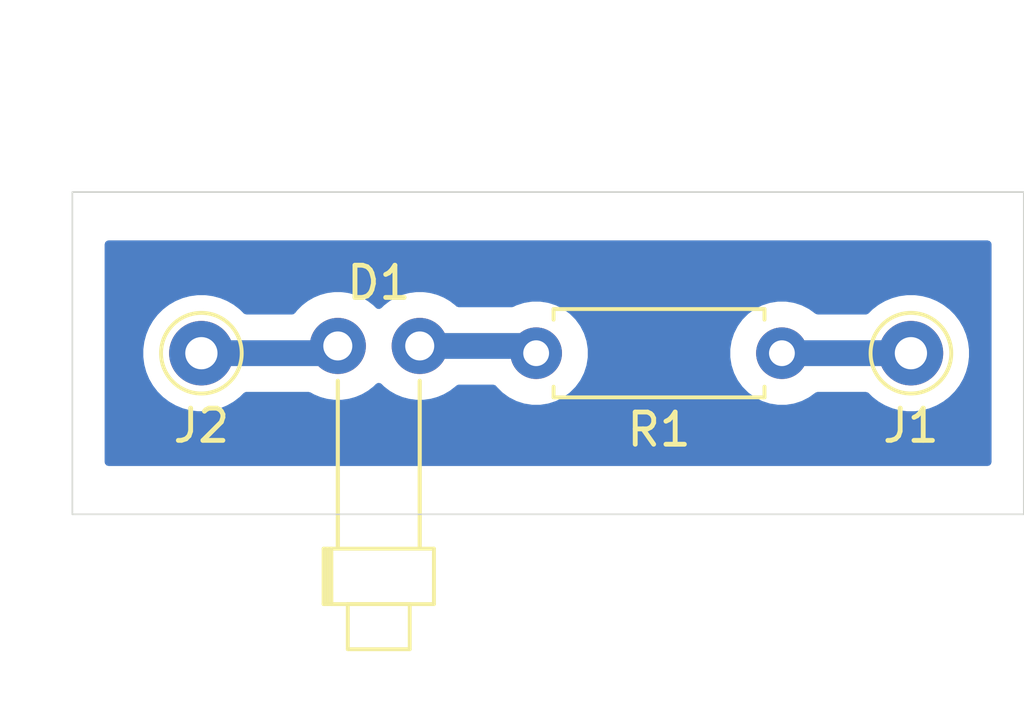
<source format=kicad_pcb>
(kicad_pcb (version 20241229) (generator "pcbnew") (generator_version "9.0")
  (title_block (title "LED Tester") (date "2025-09-12") (company "DTU"))
  (layers (0 "F.Cu" signal) (2 "B.Cu" signal) (13 "F.Paste" user) (15 "B.Paste" user) (5 "F.SilkS" user "F.Silkscreen") (7 "B.SilkS" user "B.Silkscreen") (1 "F.Mask" user) (3 "B.Mask" user) (25 "Edge.Cuts" user))
  (net 0 "")
  (net 1 "GND")
  (net 2 "Net-(D1-A)")
  (net 3 "+5V")
  (footprint "Connector_Pin:Pin_D1.0mm_L10.0mm" (layer "F.Cu") (at 143 92)
    (property "Reference" "J1" (at 0 2.25 0) (layer "F.SilkS"))
    (property "Value" "Conn_01x01_Pin")
    (fp_circle (center 0 0) (end 1.25 0.05) (stroke (width 0.12)) (fill no) (layer "F.SilkS"))
    (pad "1" thru_hole circle (at 0 0) (size 2 2) (drill 1) (layers "*.Cu" "*.Mask") (net 3 "+5V"))
  )
  (footprint "LED_THT:LED_D1.8mm_W1.8mm_H2.4mm_Horizontal_O6.35mm_Z1.6mm" (layer "F.Cu") (at 125.23 91.775)
    (property "Reference" "D1" (at 1.27 -1.96 0) (layer "F.SilkS"))
    (property "Value" "LED")
    (fp_line (start -0.44 6.29) (end -0.44 8.01) (stroke (width 0.12)) (layer "F.SilkS"))
    (fp_line (start -0.44 8.01) (end 2.98 8.01) (stroke (width 0.12)) (layer "F.SilkS"))
    (fp_line (start -0.32 6.29) (end -0.32 8.01) (stroke (width 0.12)) (layer "F.SilkS"))
    (fp_line (start -0.2 6.29) (end -0.2 8.01) (stroke (width 0.12)) (layer "F.SilkS"))
    (fp_line (start 0 1.08) (end 0 6.29) (stroke (width 0.12)) (layer "F.SilkS"))
    (fp_line (start 0 6.29) (end 0 1.08) (stroke (width 0.12)) (layer "F.SilkS"))
    (fp_line (start 0.31 8.01) (end 0.31 9.41) (stroke (width 0.12)) (layer "F.SilkS"))
    (fp_line (start 0.31 9.41) (end 2.23 9.41) (stroke (width 0.12)) (layer "F.SilkS"))
    (fp_line (start 2.23 8.01) (end 0.31 8.01) (stroke (width 0.12)) (layer "F.SilkS"))
    (fp_line (start 2.23 9.41) (end 2.23 8.01) (stroke (width 0.12)) (layer "F.SilkS"))
    (fp_line (start 2.54 1.08) (end 2.54 6.29) (stroke (width 0.12)) (layer "F.SilkS"))
    (fp_line (start 2.54 6.29) (end 2.54 1.08) (stroke (width 0.12)) (layer "F.SilkS"))
    (fp_line (start 2.98 6.29) (end -0.44 6.29) (stroke (width 0.12)) (layer "F.SilkS"))
    (fp_line (start 2.98 8.01) (end 2.98 6.29) (stroke (width 0.12)) (layer "F.SilkS"))
    (pad "1" thru_hole circle (at 0 0) (size 1.74 1.74) (drill 0.9) (layers "*.Cu" "*.Mask") (net 1 "GND"))
    (pad "2" thru_hole circle (at 2.54 0) (size 1.74 1.74) (drill 0.9) (layers "*.Cu" "*.Mask") (net 2 "Net-(D1-A)"))
  )
  (footprint "Resistor_THT:R_Axial_DIN0207_L6.3mm_D2.5mm_P7.62mm_Horizontal" (layer "F.Cu") (at 139 92 180)
    (property "Reference" "R1" (at 3.81 -2.37 0) (layer "F.SilkS"))
    (property "Value" "R")
    (fp_line (start 7.08 1.37) (end 7.08 1.04) (stroke (width 0.12)) (layer "F.SilkS"))
    (fp_line (start 7.08 -1.37) (end 7.08 -1.04) (stroke (width 0.12)) (layer "F.SilkS"))
    (fp_line (start 0.54 1.37) (end 7.08 1.37) (stroke (width 0.12)) (layer "F.SilkS"))
    (fp_line (start 0.54 1.04) (end 0.54 1.37) (stroke (width 0.12)) (layer "F.SilkS"))
    (fp_line (start 0.54 -1.04) (end 0.54 -1.37) (stroke (width 0.12)) (layer "F.SilkS"))
    (fp_line (start 0.54 -1.37) (end 7.08 -1.37) (stroke (width 0.12)) (layer "F.SilkS"))
    (pad "1" thru_hole circle (at 0 0 180) (size 1.6 1.6) (drill 0.8) (layers "*.Cu" "*.Mask") (net 3 "+5V"))
    (pad "2" thru_hole circle (at 7.62 0 180) (size 1.6 1.6) (drill 0.8) (layers "*.Cu" "*.Mask") (net 2 "Net-(D1-A)"))
  )
  (footprint "Connector_Pin:Pin_D1.0mm_L10.0mm" (layer "F.Cu") (at 121 92)
    (property "Reference" "J2" (at 0 2.25 0) (layer "F.SilkS"))
    (property "Value" "Conn_01x01_Pin")
    (fp_circle (center 0 0) (end 1.25 0.05) (stroke (width 0.12)) (fill no) (layer "F.SilkS"))
    (pad "1" thru_hole circle (at 0 0) (size 2 2) (drill 1) (layers "*.Cu" "*.Mask") (net 1 "GND"))
  )
  (gr_rect (start 117 87) (end 146.5 97) (stroke (width 0.05)) (fill no) (layer "Edge.Cuts"))
  (segment (start 121 92) (end 125.005 92) (width 0.8) (layer "B.Cu") (net 1))
  (segment (start 125.005 92) (end 125.23 91.775) (width 0.8) (layer "B.Cu") (net 1))
  (segment (start 131.155 91.775) (end 131.38 92) (width 0.8) (layer "B.Cu") (net 2))
  (segment (start 127.77 91.775) (end 131.155 91.775) (width 0.8) (layer "B.Cu") (net 2))
  (segment (start 139 92) (end 143 92) (width 0.8) (layer "B.Cu") (net 3))
  (zone (net 0) (net_name "") (layer "B.Cu") (connect_pads (clearance 0.5)) (min_thickness 0.25) (fill yes (thermal_gap 0.5) (thermal_bridge_width 0.5) (island_removal_mode 1) (island_area_min 10))
    (polygon (pts (xy 145.5 95.5) (xy 145.5 88.5) (xy 118 88.5) (xy 118 95.5)))
  )
)
</source>
